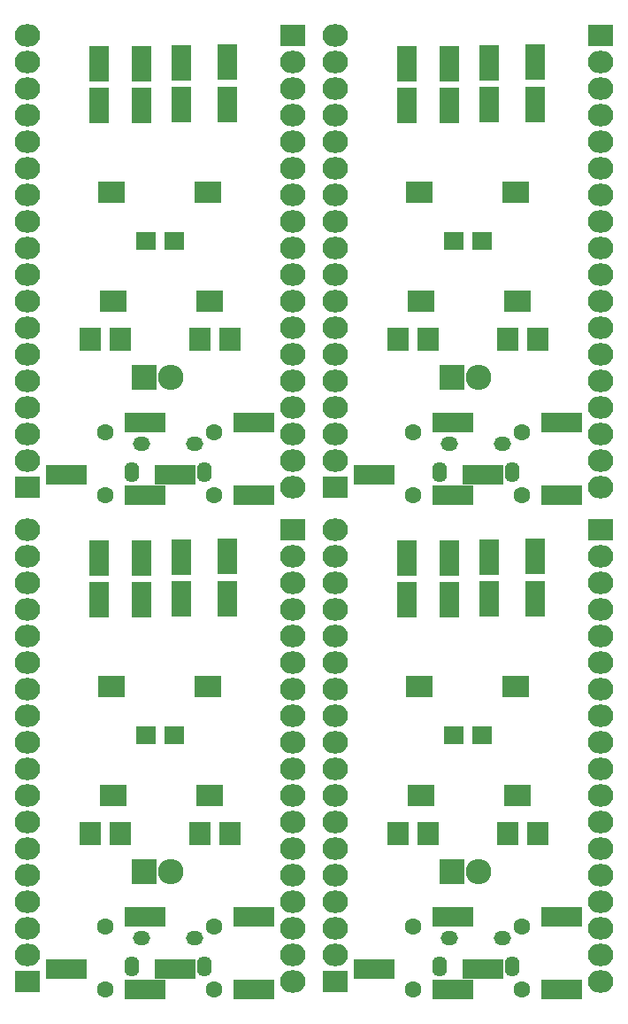
<source format=gbr>
G04 #@! TF.GenerationSoftware,KiCad,Pcbnew,5.0.0-rc2-dev-unknown-ce1bd4c~62~ubuntu16.04.1*
G04 #@! TF.CreationDate,2018-03-08T22:00:34+01:00*
G04 #@! TF.ProjectId,BM20_multi,424D32305F6D756C74692E6B69636164,rev?*
G04 #@! TF.SameCoordinates,Original*
G04 #@! TF.FileFunction,Soldermask,Top*
G04 #@! TF.FilePolarity,Negative*
%FSLAX46Y46*%
G04 Gerber Fmt 4.6, Leading zero omitted, Abs format (unit mm)*
G04 Created by KiCad (PCBNEW 5.0.0-rc2-dev-unknown-ce1bd4c~62~ubuntu16.04.1) date Thu Mar  8 22:00:34 2018*
%MOMM*%
%LPD*%
G01*
G04 APERTURE LIST*
%ADD10R,1.997660X2.200860*%
%ADD11R,2.580000X2.000000*%
%ADD12C,1.600000*%
%ADD13R,3.900000X1.900000*%
%ADD14R,1.900000X1.700000*%
%ADD15R,1.901140X3.399740*%
%ADD16O,2.432000X2.127200*%
%ADD17R,2.432000X2.127200*%
%ADD18O,2.432000X2.432000*%
%ADD19R,2.432000X2.432000*%
%ADD20O,1.400000X1.950000*%
%ADD21O,1.650000X1.350000*%
G04 APERTURE END LIST*
D10*
X108625640Y-127038100D03*
X111465360Y-127038100D03*
D11*
X110662770Y-113027680D03*
X119867630Y-113032320D03*
D12*
X110083600Y-141986000D03*
D13*
X113833600Y-141986000D03*
X106333600Y-139986000D03*
X113833600Y-134986000D03*
D12*
X110083600Y-135986000D03*
X120497600Y-135986000D03*
D13*
X124247600Y-134986000D03*
X116747600Y-139986000D03*
X124247600Y-141986000D03*
D12*
X120497600Y-141986000D03*
D14*
X116666000Y-117703600D03*
X113966000Y-117703600D03*
D15*
X121716800Y-104602280D03*
X121716800Y-100604320D03*
X109410500Y-104741980D03*
X109410500Y-100744020D03*
D16*
X128016000Y-141224000D03*
X128016000Y-138684000D03*
X128016000Y-136144000D03*
X128016000Y-133604000D03*
X128016000Y-131064000D03*
X128016000Y-128524000D03*
X128016000Y-125984000D03*
X128016000Y-123444000D03*
X128016000Y-120904000D03*
X128016000Y-118364000D03*
X128016000Y-115824000D03*
X128016000Y-113284000D03*
X128016000Y-110744000D03*
X128016000Y-108204000D03*
X128016000Y-105664000D03*
X128016000Y-103124000D03*
X128016000Y-100584000D03*
D17*
X128016000Y-98044000D03*
D10*
X119115840Y-127063500D03*
X121955560Y-127063500D03*
D15*
X117322600Y-100642420D03*
X117322600Y-104640380D03*
D11*
X110815170Y-123441680D03*
X120020030Y-123446320D03*
D18*
X116344700Y-130670300D03*
D19*
X113804700Y-130670300D03*
D20*
X112553500Y-139796060D03*
X119553500Y-139796060D03*
D21*
X113553500Y-137096060D03*
X118553500Y-137096060D03*
D15*
X113550700Y-104741980D03*
X113550700Y-100744020D03*
D17*
X102616000Y-141224000D03*
D16*
X102616000Y-138684000D03*
X102616000Y-136144000D03*
X102616000Y-133604000D03*
X102616000Y-131064000D03*
X102616000Y-128524000D03*
X102616000Y-125984000D03*
X102616000Y-123444000D03*
X102616000Y-120904000D03*
X102616000Y-118364000D03*
X102616000Y-115824000D03*
X102616000Y-113284000D03*
X102616000Y-110744000D03*
X102616000Y-108204000D03*
X102616000Y-105664000D03*
X102616000Y-103124000D03*
X102616000Y-100584000D03*
X102616000Y-98044000D03*
D10*
X138089640Y-127038100D03*
X140929360Y-127038100D03*
D11*
X140126770Y-113027680D03*
X149331630Y-113032320D03*
D12*
X139547600Y-141986000D03*
D13*
X143297600Y-141986000D03*
X135797600Y-139986000D03*
X143297600Y-134986000D03*
D12*
X139547600Y-135986000D03*
X149961600Y-135986000D03*
D13*
X153711600Y-134986000D03*
X146211600Y-139986000D03*
X153711600Y-141986000D03*
D12*
X149961600Y-141986000D03*
D14*
X146130000Y-117703600D03*
X143430000Y-117703600D03*
D15*
X151180800Y-104602280D03*
X151180800Y-100604320D03*
X138874500Y-104741980D03*
X138874500Y-100744020D03*
D16*
X157480000Y-141224000D03*
X157480000Y-138684000D03*
X157480000Y-136144000D03*
X157480000Y-133604000D03*
X157480000Y-131064000D03*
X157480000Y-128524000D03*
X157480000Y-125984000D03*
X157480000Y-123444000D03*
X157480000Y-120904000D03*
X157480000Y-118364000D03*
X157480000Y-115824000D03*
X157480000Y-113284000D03*
X157480000Y-110744000D03*
X157480000Y-108204000D03*
X157480000Y-105664000D03*
X157480000Y-103124000D03*
X157480000Y-100584000D03*
D17*
X157480000Y-98044000D03*
D10*
X148579840Y-127063500D03*
X151419560Y-127063500D03*
D15*
X146786600Y-100642420D03*
X146786600Y-104640380D03*
D11*
X140279170Y-123441680D03*
X149484030Y-123446320D03*
D18*
X145808700Y-130670300D03*
D19*
X143268700Y-130670300D03*
D20*
X142017500Y-139796060D03*
X149017500Y-139796060D03*
D21*
X143017500Y-137096060D03*
X148017500Y-137096060D03*
D15*
X143014700Y-104741980D03*
X143014700Y-100744020D03*
D17*
X132080000Y-141224000D03*
D16*
X132080000Y-138684000D03*
X132080000Y-136144000D03*
X132080000Y-133604000D03*
X132080000Y-131064000D03*
X132080000Y-128524000D03*
X132080000Y-125984000D03*
X132080000Y-123444000D03*
X132080000Y-120904000D03*
X132080000Y-118364000D03*
X132080000Y-115824000D03*
X132080000Y-113284000D03*
X132080000Y-110744000D03*
X132080000Y-108204000D03*
X132080000Y-105664000D03*
X132080000Y-103124000D03*
X132080000Y-100584000D03*
X132080000Y-98044000D03*
D10*
X138089640Y-79794100D03*
X140929360Y-79794100D03*
D11*
X140126770Y-65783680D03*
X149331630Y-65788320D03*
D12*
X139547600Y-94742000D03*
D13*
X143297600Y-94742000D03*
X135797600Y-92742000D03*
X143297600Y-87742000D03*
D12*
X139547600Y-88742000D03*
X149961600Y-88742000D03*
D13*
X153711600Y-87742000D03*
X146211600Y-92742000D03*
X153711600Y-94742000D03*
D12*
X149961600Y-94742000D03*
D14*
X146130000Y-70459600D03*
X143430000Y-70459600D03*
D15*
X151180800Y-57358280D03*
X151180800Y-53360320D03*
X138874500Y-57497980D03*
X138874500Y-53500020D03*
D16*
X157480000Y-93980000D03*
X157480000Y-91440000D03*
X157480000Y-88900000D03*
X157480000Y-86360000D03*
X157480000Y-83820000D03*
X157480000Y-81280000D03*
X157480000Y-78740000D03*
X157480000Y-76200000D03*
X157480000Y-73660000D03*
X157480000Y-71120000D03*
X157480000Y-68580000D03*
X157480000Y-66040000D03*
X157480000Y-63500000D03*
X157480000Y-60960000D03*
X157480000Y-58420000D03*
X157480000Y-55880000D03*
X157480000Y-53340000D03*
D17*
X157480000Y-50800000D03*
D10*
X148579840Y-79819500D03*
X151419560Y-79819500D03*
D15*
X146786600Y-53398420D03*
X146786600Y-57396380D03*
D11*
X140279170Y-76197680D03*
X149484030Y-76202320D03*
D18*
X145808700Y-83426300D03*
D19*
X143268700Y-83426300D03*
D20*
X142017500Y-92552060D03*
X149017500Y-92552060D03*
D21*
X143017500Y-89852060D03*
X148017500Y-89852060D03*
D15*
X143014700Y-57497980D03*
X143014700Y-53500020D03*
D17*
X132080000Y-93980000D03*
D16*
X132080000Y-91440000D03*
X132080000Y-88900000D03*
X132080000Y-86360000D03*
X132080000Y-83820000D03*
X132080000Y-81280000D03*
X132080000Y-78740000D03*
X132080000Y-76200000D03*
X132080000Y-73660000D03*
X132080000Y-71120000D03*
X132080000Y-68580000D03*
X132080000Y-66040000D03*
X132080000Y-63500000D03*
X132080000Y-60960000D03*
X132080000Y-58420000D03*
X132080000Y-55880000D03*
X132080000Y-53340000D03*
X132080000Y-50800000D03*
D12*
X120497600Y-94742000D03*
D13*
X124247600Y-94742000D03*
X116747600Y-92742000D03*
X124247600Y-87742000D03*
D12*
X120497600Y-88742000D03*
D17*
X128016000Y-50800000D03*
D16*
X128016000Y-53340000D03*
X128016000Y-55880000D03*
X128016000Y-58420000D03*
X128016000Y-60960000D03*
X128016000Y-63500000D03*
X128016000Y-66040000D03*
X128016000Y-68580000D03*
X128016000Y-71120000D03*
X128016000Y-73660000D03*
X128016000Y-76200000D03*
X128016000Y-78740000D03*
X128016000Y-81280000D03*
X128016000Y-83820000D03*
X128016000Y-86360000D03*
X128016000Y-88900000D03*
X128016000Y-91440000D03*
X128016000Y-93980000D03*
X102616000Y-50800000D03*
X102616000Y-53340000D03*
X102616000Y-55880000D03*
X102616000Y-58420000D03*
X102616000Y-60960000D03*
X102616000Y-63500000D03*
X102616000Y-66040000D03*
X102616000Y-68580000D03*
X102616000Y-71120000D03*
X102616000Y-73660000D03*
X102616000Y-76200000D03*
X102616000Y-78740000D03*
X102616000Y-81280000D03*
X102616000Y-83820000D03*
X102616000Y-86360000D03*
X102616000Y-88900000D03*
X102616000Y-91440000D03*
D17*
X102616000Y-93980000D03*
D10*
X111465360Y-79794100D03*
X108625640Y-79794100D03*
X121955560Y-79819500D03*
X119115840Y-79819500D03*
D14*
X113966000Y-70459600D03*
X116666000Y-70459600D03*
D11*
X120020030Y-76202320D03*
X110815170Y-76197680D03*
X119867630Y-65788320D03*
X110662770Y-65783680D03*
D15*
X121716800Y-53360320D03*
X121716800Y-57358280D03*
X117322600Y-57396380D03*
X117322600Y-53398420D03*
X113550700Y-53500020D03*
X113550700Y-57497980D03*
D19*
X113804700Y-83426300D03*
D18*
X116344700Y-83426300D03*
D12*
X110083600Y-88742000D03*
D13*
X113833600Y-87742000D03*
X106333600Y-92742000D03*
X113833600Y-94742000D03*
D12*
X110083600Y-94742000D03*
D21*
X118553500Y-89852060D03*
X113553500Y-89852060D03*
D20*
X119553500Y-92552060D03*
X112553500Y-92552060D03*
D15*
X109410500Y-53500020D03*
X109410500Y-57497980D03*
M02*

</source>
